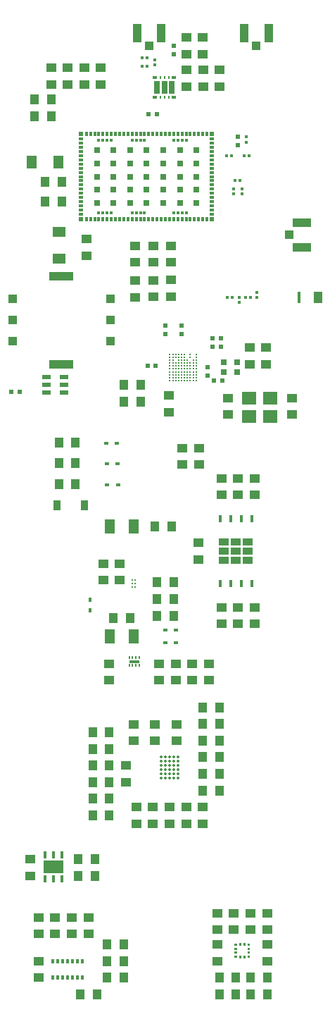
<source format=gtp>
G04*
G04 #@! TF.GenerationSoftware,Altium Limited,Altium Designer,19.1.9 (167)*
G04*
G04 Layer_Color=8421504*
%FSLAX44Y44*%
%MOMM*%
G71*
G01*
G75*
%ADD19R,0.7450X1.5500*%
%ADD20R,0.6700X1.5500*%
%ADD21R,0.7515X1.5500*%
%ADD22R,1.2300X0.9300*%
%ADD23R,0.4000X1.4000*%
%ADD24R,1.0000X1.4000*%
%ADD25R,0.6000X0.6000*%
%ADD26R,1.2500X1.0000*%
%ADD27R,0.3000X0.3000*%
%ADD28R,1.0000X1.2500*%
%ADD29R,0.5000X0.4000*%
%ADD30R,1.0000X0.5500*%
%ADD31R,0.8000X0.8000*%
%ADD32R,0.3000X0.3000*%
%ADD33R,0.5400X0.3000*%
%ADD34R,0.3000X0.5400*%
%ADD35R,0.5400X0.5400*%
%ADD36R,1.0500X1.0000*%
%ADD37R,2.2000X1.0500*%
%ADD38R,1.1000X1.0000*%
%ADD39R,3.0000X1.0000*%
%ADD40R,1.0000X1.0500*%
%ADD41R,1.0500X2.2000*%
%ADD42R,0.6000X0.6000*%
%ADD43R,0.5150X0.4250*%
%ADD44R,0.2750X0.4250*%
%ADD45R,0.9100X1.2200*%
%ADD46C,0.3500*%
%ADD47R,0.4000X0.6000*%
%ADD48R,2.4000X1.5000*%
%ADD49R,0.4500X0.8500*%
%ADD50R,1.6000X1.2000*%
%ADD51R,1.2000X1.6000*%
%ADD52R,0.7000X0.7000*%
%ADD53R,0.4500X0.9500*%
%ADD54R,1.3000X0.3000*%
%ADD55R,0.2300X0.4000*%
%ADD56C,0.2300*%
%ADD57R,1.3000X1.8000*%
%ADD58R,0.4000X0.5000*%
%ADD59R,1.7000X1.5000*%
%ADD60C,0.2000*%
G36*
X293750Y116250D02*
X290750D01*
Y118750D01*
X293750D01*
Y116250D01*
D02*
G37*
G36*
Y111250D02*
X290750D01*
Y113750D01*
X293750D01*
Y111250D01*
D02*
G37*
G36*
X298750Y110750D02*
X296250D01*
Y113750D01*
X298750D01*
Y110750D01*
D02*
G37*
G36*
X293750Y121250D02*
X290750D01*
Y123750D01*
X293750D01*
Y121250D01*
D02*
G37*
G36*
Y126250D02*
X290750D01*
Y128750D01*
X293750D01*
Y126250D01*
D02*
G37*
G36*
X298750D02*
X296250D01*
Y129250D01*
X298750D01*
Y126250D01*
D02*
G37*
G36*
X303750Y110750D02*
X301250D01*
Y113750D01*
X303750D01*
Y110750D01*
D02*
G37*
G36*
X309250Y111250D02*
X306250D01*
Y113750D01*
X309250D01*
Y111250D01*
D02*
G37*
G36*
Y116250D02*
X306250D01*
Y118750D01*
X309250D01*
Y116250D01*
D02*
G37*
G36*
Y126250D02*
X306250D01*
Y128750D01*
X309250D01*
Y126250D01*
D02*
G37*
G36*
X303750D02*
X301250D01*
Y129250D01*
X303750D01*
Y126250D01*
D02*
G37*
G36*
X309250Y121250D02*
X306250D01*
Y123750D01*
X309250D01*
Y121250D01*
D02*
G37*
D19*
X215210Y1157493D02*
D03*
D20*
X206502Y1157499D02*
D03*
D21*
X197758Y1157493D02*
D03*
D22*
X306800Y611301D02*
D03*
X292500D02*
D03*
X278200D02*
D03*
X306800Y600001D02*
D03*
X292500D02*
D03*
X278200D02*
D03*
X306800Y588701D02*
D03*
X292500D02*
D03*
X278200D02*
D03*
D23*
X368500Y905000D02*
D03*
D24*
X391000D02*
D03*
D25*
X22000Y791000D02*
D03*
X32000D02*
D03*
X197500Y1125000D02*
D03*
X187500D02*
D03*
X196000Y822500D02*
D03*
X186000D02*
D03*
X274000Y845500D02*
D03*
X264000D02*
D03*
X266000Y805000D02*
D03*
X276000D02*
D03*
X264000Y856000D02*
D03*
X274000D02*
D03*
D26*
X212000Y767000D02*
D03*
Y787000D02*
D03*
X214000Y967000D02*
D03*
Y947000D02*
D03*
X193000Y967000D02*
D03*
Y947000D02*
D03*
X171000Y967000D02*
D03*
Y947000D02*
D03*
X214000Y926000D02*
D03*
Y906000D02*
D03*
X193000Y925500D02*
D03*
Y905500D02*
D03*
X171000Y925000D02*
D03*
Y905000D02*
D03*
X248000Y724000D02*
D03*
Y704000D02*
D03*
X228000D02*
D03*
Y724000D02*
D03*
X112500Y975000D02*
D03*
Y955000D02*
D03*
X253000Y1158000D02*
D03*
Y1178000D02*
D03*
X273000Y1158000D02*
D03*
Y1178000D02*
D03*
X233000Y1158000D02*
D03*
Y1178000D02*
D03*
X252500Y1197000D02*
D03*
Y1217000D02*
D03*
X232500Y1197000D02*
D03*
Y1217000D02*
D03*
X221000Y372000D02*
D03*
Y392000D02*
D03*
X252500Y292500D02*
D03*
Y272500D02*
D03*
X195000Y372000D02*
D03*
Y392000D02*
D03*
X169000Y372000D02*
D03*
Y392000D02*
D03*
X232500Y292500D02*
D03*
Y272500D02*
D03*
X212500Y292500D02*
D03*
Y272500D02*
D03*
X192500D02*
D03*
Y292500D02*
D03*
X172500D02*
D03*
Y272500D02*
D03*
X160000Y342500D02*
D03*
Y322500D02*
D03*
X270000Y127500D02*
D03*
Y107500D02*
D03*
X330000D02*
D03*
Y127500D02*
D03*
X270000Y165000D02*
D03*
Y145000D02*
D03*
X290000Y165000D02*
D03*
Y145000D02*
D03*
X310000Y165000D02*
D03*
Y145000D02*
D03*
X330000Y165000D02*
D03*
Y145000D02*
D03*
X55000Y107500D02*
D03*
Y87500D02*
D03*
Y140000D02*
D03*
Y160000D02*
D03*
X75000Y140000D02*
D03*
Y160000D02*
D03*
X95000D02*
D03*
Y140000D02*
D03*
X115000D02*
D03*
Y160000D02*
D03*
X45000Y210000D02*
D03*
Y230000D02*
D03*
X90000Y1180500D02*
D03*
Y1160500D02*
D03*
X70000Y1180500D02*
D03*
Y1160500D02*
D03*
X130000Y1180500D02*
D03*
Y1160500D02*
D03*
X110000Y1180500D02*
D03*
Y1160500D02*
D03*
X309000Y824500D02*
D03*
Y844500D02*
D03*
X329000Y824500D02*
D03*
Y844500D02*
D03*
X260000Y445000D02*
D03*
Y465000D02*
D03*
X240000Y445000D02*
D03*
Y465000D02*
D03*
X220000D02*
D03*
Y445000D02*
D03*
X140000D02*
D03*
Y465000D02*
D03*
X200000Y445000D02*
D03*
Y465000D02*
D03*
X133250Y585000D02*
D03*
Y565000D02*
D03*
X152500Y565000D02*
D03*
Y585000D02*
D03*
X360000Y764000D02*
D03*
Y784000D02*
D03*
X283000D02*
D03*
Y764000D02*
D03*
X247500Y610000D02*
D03*
Y590000D02*
D03*
X295000Y687500D02*
D03*
Y667500D02*
D03*
X275000Y512500D02*
D03*
Y532500D02*
D03*
X315000Y512500D02*
D03*
Y532500D02*
D03*
X295000Y512500D02*
D03*
Y532500D02*
D03*
X275000Y687500D02*
D03*
Y667500D02*
D03*
X315000Y687500D02*
D03*
Y667500D02*
D03*
D27*
X318000Y911000D02*
D03*
Y905000D02*
D03*
X296000Y899000D02*
D03*
Y905000D02*
D03*
X305000Y1097500D02*
D03*
Y1091500D02*
D03*
X289500Y1029500D02*
D03*
Y1035500D02*
D03*
X299500Y1029500D02*
D03*
Y1035500D02*
D03*
X195000Y1184500D02*
D03*
Y1190500D02*
D03*
D28*
X177500Y779500D02*
D03*
X157500D02*
D03*
Y799500D02*
D03*
X177500D02*
D03*
X292500Y67500D02*
D03*
X272500D02*
D03*
X310000D02*
D03*
X330000D02*
D03*
X50000Y1142500D02*
D03*
X70000D02*
D03*
X252500Y412500D02*
D03*
X272500D02*
D03*
X252500Y312500D02*
D03*
X272500D02*
D03*
X252500Y332500D02*
D03*
X272500D02*
D03*
X252500Y352500D02*
D03*
X272500D02*
D03*
X252500Y372500D02*
D03*
X272500D02*
D03*
X252500Y392500D02*
D03*
X272500D02*
D03*
X120000Y382500D02*
D03*
X140000D02*
D03*
X140000Y362500D02*
D03*
X120000D02*
D03*
X120000Y282500D02*
D03*
X140000D02*
D03*
X120000Y302500D02*
D03*
X140000D02*
D03*
Y342500D02*
D03*
X120000D02*
D03*
X140000Y322500D02*
D03*
X120000D02*
D03*
X330000Y87500D02*
D03*
X310000D02*
D03*
X272500D02*
D03*
X292500D02*
D03*
X79525Y680475D02*
D03*
X99525D02*
D03*
X79525Y705475D02*
D03*
X99525D02*
D03*
X79525Y730475D02*
D03*
X99525D02*
D03*
X105000Y67500D02*
D03*
X125000D02*
D03*
X157500Y87500D02*
D03*
X137500D02*
D03*
X157500Y107500D02*
D03*
X137500D02*
D03*
X157500Y127500D02*
D03*
X137500D02*
D03*
X122500Y230000D02*
D03*
X102500D02*
D03*
X122500Y210000D02*
D03*
X102500D02*
D03*
X50000Y1122500D02*
D03*
X70000D02*
D03*
X83000Y1044000D02*
D03*
X63000D02*
D03*
X83000Y1020000D02*
D03*
X63000D02*
D03*
X197500Y522500D02*
D03*
X217500D02*
D03*
X165000Y520000D02*
D03*
X145000D02*
D03*
X197500Y562500D02*
D03*
X217500D02*
D03*
X197500Y542500D02*
D03*
X217500D02*
D03*
X195000Y630000D02*
D03*
X215000D02*
D03*
D29*
X149000Y730000D02*
D03*
X136000D02*
D03*
X150000Y705000D02*
D03*
X137000D02*
D03*
X150500Y680000D02*
D03*
X137500D02*
D03*
X220500Y490000D02*
D03*
X207500D02*
D03*
X220500Y505000D02*
D03*
X207500D02*
D03*
D30*
X64750Y809500D02*
D03*
Y800000D02*
D03*
Y790500D02*
D03*
X85250D02*
D03*
Y800000D02*
D03*
Y809500D02*
D03*
D31*
X245000Y1082000D02*
D03*
Y1018000D02*
D03*
Y1050000D02*
D03*
Y1034000D02*
D03*
Y1066000D02*
D03*
X225000Y1018000D02*
D03*
Y1050000D02*
D03*
Y1034000D02*
D03*
Y1066000D02*
D03*
Y1082000D02*
D03*
X185000Y1018000D02*
D03*
Y1050000D02*
D03*
Y1034000D02*
D03*
Y1066000D02*
D03*
Y1082000D02*
D03*
X205000Y1018000D02*
D03*
Y1050000D02*
D03*
Y1034000D02*
D03*
Y1066000D02*
D03*
Y1082000D02*
D03*
X165000Y1018000D02*
D03*
Y1050000D02*
D03*
Y1034000D02*
D03*
Y1066000D02*
D03*
Y1082000D02*
D03*
X145000D02*
D03*
Y1066000D02*
D03*
Y1034000D02*
D03*
Y1050000D02*
D03*
Y1018000D02*
D03*
X125000D02*
D03*
Y1050000D02*
D03*
Y1034000D02*
D03*
Y1066000D02*
D03*
Y1082000D02*
D03*
D32*
X227500Y1006500D02*
D03*
X222500D02*
D03*
X232500D02*
D03*
X217500D02*
D03*
X167500D02*
D03*
X177500D02*
D03*
X172500D02*
D03*
X182500D02*
D03*
X142500D02*
D03*
X132500D02*
D03*
X137500D02*
D03*
X127500D02*
D03*
X227500Y1093500D02*
D03*
X222500D02*
D03*
X232500D02*
D03*
X217500D02*
D03*
X167500D02*
D03*
X177500D02*
D03*
X172500D02*
D03*
X182500D02*
D03*
X142500D02*
D03*
X132500D02*
D03*
X137500D02*
D03*
X127500D02*
D03*
X304000Y905000D02*
D03*
X310000D02*
D03*
X282000D02*
D03*
X288000D02*
D03*
X287500Y1075000D02*
D03*
X281500D02*
D03*
X308000D02*
D03*
X302000D02*
D03*
X291500Y1045000D02*
D03*
X297500D02*
D03*
X179500Y1182500D02*
D03*
X185500D02*
D03*
X179500Y1192500D02*
D03*
X185500D02*
D03*
D33*
X106300Y1005000D02*
D03*
X263700Y1040000D02*
D03*
X106300Y1095000D02*
D03*
Y1090000D02*
D03*
Y1085000D02*
D03*
Y1080000D02*
D03*
Y1075000D02*
D03*
Y1070000D02*
D03*
Y1065000D02*
D03*
Y1060000D02*
D03*
Y1055000D02*
D03*
Y1050000D02*
D03*
Y1045000D02*
D03*
Y1040000D02*
D03*
Y1035000D02*
D03*
Y1030000D02*
D03*
Y1025000D02*
D03*
Y1020000D02*
D03*
Y1015000D02*
D03*
Y1010000D02*
D03*
X263700Y1005000D02*
D03*
Y1010000D02*
D03*
Y1015000D02*
D03*
Y1020000D02*
D03*
Y1025000D02*
D03*
Y1030000D02*
D03*
Y1035000D02*
D03*
Y1045000D02*
D03*
Y1050000D02*
D03*
Y1055000D02*
D03*
Y1060000D02*
D03*
Y1065000D02*
D03*
Y1070000D02*
D03*
Y1075000D02*
D03*
Y1080000D02*
D03*
Y1085000D02*
D03*
Y1090000D02*
D03*
Y1095000D02*
D03*
D34*
X257500Y998800D02*
D03*
X117500D02*
D03*
X122500D02*
D03*
X127500D02*
D03*
X132500D02*
D03*
X137500D02*
D03*
X142500D02*
D03*
X147500D02*
D03*
X152500D02*
D03*
X157500D02*
D03*
X167500D02*
D03*
X172500D02*
D03*
X177500D02*
D03*
X182500D02*
D03*
X187500D02*
D03*
X192500D02*
D03*
X197500D02*
D03*
X202500D02*
D03*
X207500D02*
D03*
X212500D02*
D03*
X217500D02*
D03*
X222500D02*
D03*
X227500D02*
D03*
X232500D02*
D03*
X237500D02*
D03*
X242500D02*
D03*
X247500D02*
D03*
X252500D02*
D03*
X257500Y1101200D02*
D03*
X252500D02*
D03*
X247500D02*
D03*
X242500D02*
D03*
X237500D02*
D03*
X232500D02*
D03*
X227500D02*
D03*
X222500D02*
D03*
X217500D02*
D03*
X212500D02*
D03*
X207500D02*
D03*
X202500D02*
D03*
X197500D02*
D03*
X192500D02*
D03*
X187500D02*
D03*
X182500D02*
D03*
X177500D02*
D03*
X172500D02*
D03*
X167500D02*
D03*
X162500D02*
D03*
X157500D02*
D03*
X152500D02*
D03*
X147500D02*
D03*
X142500D02*
D03*
X137500D02*
D03*
X132500D02*
D03*
X127500D02*
D03*
X122500D02*
D03*
X112500Y998800D02*
D03*
X162500D02*
D03*
X112500Y1101200D02*
D03*
X117500D02*
D03*
D35*
X263700Y998800D02*
D03*
X106300D02*
D03*
X263700Y1101200D02*
D03*
X106300D02*
D03*
D36*
X356750Y980000D02*
D03*
D37*
X372000Y994750D02*
D03*
Y965250D02*
D03*
D38*
X23500Y852100D02*
D03*
Y877500D02*
D03*
Y902900D02*
D03*
X141500Y852100D02*
D03*
Y877500D02*
D03*
Y902900D02*
D03*
D39*
X82500Y824500D02*
D03*
Y930500D02*
D03*
D40*
X317000Y1206750D02*
D03*
X188000D02*
D03*
D41*
X302250Y1222000D02*
D03*
X331750D02*
D03*
X173250D02*
D03*
X202750D02*
D03*
D42*
X295000Y1097500D02*
D03*
Y1087500D02*
D03*
X217500Y1197000D02*
D03*
Y1207000D02*
D03*
X207750Y861000D02*
D03*
Y871000D02*
D03*
X227000Y871000D02*
D03*
Y861000D02*
D03*
X258000Y821000D02*
D03*
Y811000D02*
D03*
D43*
X217935Y1145625D02*
D03*
X195065D02*
D03*
Y1169375D02*
D03*
X217935D02*
D03*
D44*
X211500Y1145625D02*
D03*
X206500D02*
D03*
X201500D02*
D03*
Y1169375D02*
D03*
X206500D02*
D03*
X211500D02*
D03*
D45*
X109775Y655475D02*
D03*
X77025D02*
D03*
D46*
X202500Y327500D02*
D03*
Y332500D02*
D03*
Y337500D02*
D03*
Y342500D02*
D03*
Y347500D02*
D03*
Y352500D02*
D03*
X207500Y327500D02*
D03*
Y332500D02*
D03*
Y337500D02*
D03*
Y342500D02*
D03*
Y347500D02*
D03*
Y352500D02*
D03*
X212500Y327500D02*
D03*
Y332500D02*
D03*
Y337500D02*
D03*
Y342500D02*
D03*
Y347500D02*
D03*
Y352500D02*
D03*
X217500Y327500D02*
D03*
Y332500D02*
D03*
Y337500D02*
D03*
Y342500D02*
D03*
Y347500D02*
D03*
Y352500D02*
D03*
X222500Y327500D02*
D03*
Y332500D02*
D03*
Y337500D02*
D03*
Y342500D02*
D03*
Y347500D02*
D03*
Y352500D02*
D03*
D47*
X72000Y88000D02*
D03*
X78000D02*
D03*
X84000D02*
D03*
X90000D02*
D03*
X96000D02*
D03*
X102000D02*
D03*
X108000D02*
D03*
X72000Y107000D02*
D03*
X78000D02*
D03*
X84000D02*
D03*
X90000D02*
D03*
X96000D02*
D03*
X102000D02*
D03*
X108000D02*
D03*
D48*
X72791Y220659D02*
D03*
D49*
X62791Y206159D02*
D03*
X72791D02*
D03*
X82791D02*
D03*
X62791Y235159D02*
D03*
X72791D02*
D03*
X82791D02*
D03*
D50*
X80000Y951500D02*
D03*
Y983500D02*
D03*
D51*
X78500Y1067500D02*
D03*
X46500D02*
D03*
D52*
X278000Y815000D02*
D03*
Y827000D02*
D03*
X294000D02*
D03*
Y815000D02*
D03*
D53*
X311550Y638700D02*
D03*
X298850D02*
D03*
X286150D02*
D03*
X273450D02*
D03*
X311550Y561300D02*
D03*
X298850D02*
D03*
X286150D02*
D03*
X273450D02*
D03*
D54*
X170000Y467500D02*
D03*
D55*
X176000Y472500D02*
D03*
X172000D02*
D03*
X168000D02*
D03*
X164000D02*
D03*
X176000Y462500D02*
D03*
X172000D02*
D03*
X168000D02*
D03*
X164000D02*
D03*
D56*
X167500Y565000D02*
D03*
X171500D02*
D03*
X167500Y561000D02*
D03*
X171500D02*
D03*
X167500Y557000D02*
D03*
X171500D02*
D03*
D57*
X140500Y497500D02*
D03*
X169500D02*
D03*
X140500Y630000D02*
D03*
X169500D02*
D03*
D58*
X117000Y529000D02*
D03*
Y542000D02*
D03*
D59*
X308500Y762000D02*
D03*
X333500D02*
D03*
Y784000D02*
D03*
X308500D02*
D03*
D60*
X244500Y833000D02*
D03*
Y829500D02*
D03*
Y826000D02*
D03*
Y822500D02*
D03*
Y819000D02*
D03*
Y815500D02*
D03*
Y812000D02*
D03*
Y808500D02*
D03*
Y805000D02*
D03*
X241000Y829500D02*
D03*
Y826000D02*
D03*
Y822500D02*
D03*
Y819000D02*
D03*
Y815500D02*
D03*
Y812000D02*
D03*
Y808500D02*
D03*
Y805000D02*
D03*
X237500Y826000D02*
D03*
Y822500D02*
D03*
Y819000D02*
D03*
Y815500D02*
D03*
Y812000D02*
D03*
Y808500D02*
D03*
Y805000D02*
D03*
X234000Y829500D02*
D03*
Y826000D02*
D03*
Y822500D02*
D03*
Y819000D02*
D03*
Y815500D02*
D03*
Y812000D02*
D03*
Y808500D02*
D03*
Y805000D02*
D03*
X230500Y836500D02*
D03*
Y833000D02*
D03*
Y829500D02*
D03*
Y826000D02*
D03*
Y822500D02*
D03*
Y819000D02*
D03*
Y815500D02*
D03*
Y812000D02*
D03*
Y808500D02*
D03*
Y805000D02*
D03*
X227000Y836500D02*
D03*
Y833000D02*
D03*
Y829500D02*
D03*
Y826000D02*
D03*
Y822500D02*
D03*
Y819000D02*
D03*
Y815500D02*
D03*
Y812000D02*
D03*
Y808500D02*
D03*
Y805000D02*
D03*
X223500Y836500D02*
D03*
Y833000D02*
D03*
Y829500D02*
D03*
Y826000D02*
D03*
Y822500D02*
D03*
Y819000D02*
D03*
Y815500D02*
D03*
Y812000D02*
D03*
Y808500D02*
D03*
Y805000D02*
D03*
X220000Y836500D02*
D03*
Y833000D02*
D03*
Y826000D02*
D03*
Y822500D02*
D03*
Y819000D02*
D03*
Y815500D02*
D03*
Y812000D02*
D03*
Y808500D02*
D03*
Y805000D02*
D03*
X216500Y836500D02*
D03*
Y833000D02*
D03*
Y829500D02*
D03*
Y826000D02*
D03*
Y822500D02*
D03*
Y819000D02*
D03*
Y815500D02*
D03*
Y812000D02*
D03*
Y808500D02*
D03*
Y805000D02*
D03*
X213000Y836500D02*
D03*
Y833000D02*
D03*
Y829500D02*
D03*
Y826000D02*
D03*
Y822500D02*
D03*
Y819000D02*
D03*
Y815500D02*
D03*
Y812000D02*
D03*
Y808500D02*
D03*
X244500Y836500D02*
D03*
X237500Y833000D02*
D03*
Y836500D02*
D03*
X213000Y805000D02*
D03*
M02*

</source>
